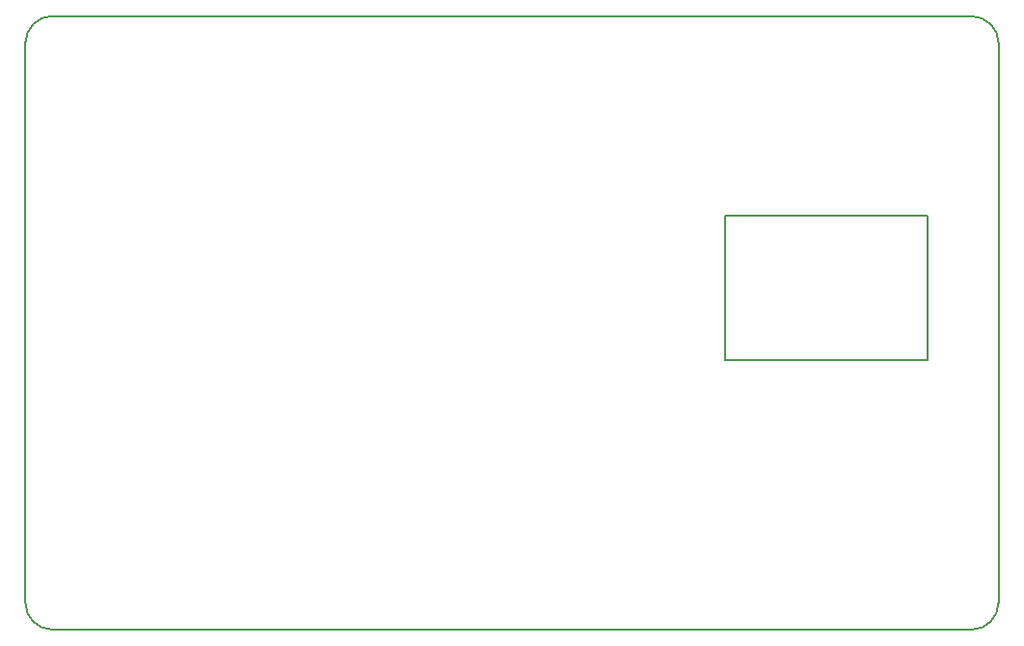
<source format=gbr>
%TF.GenerationSoftware,KiCad,Pcbnew,4.0.2+dfsg1-stable*%
%TF.CreationDate,2018-07-13T19:48:40+02:00*%
%TF.ProjectId,carte_7816,63617274655F373831362E6B69636164,rev?*%
%TF.FileFunction,Legend,Top*%
%FSLAX46Y46*%
G04 Gerber Fmt 4.6, Leading zero omitted, Abs format (unit mm)*
G04 Created by KiCad (PCBNEW 4.0.2+dfsg1-stable) date ven. 13 juil. 2018 19:48:40 CEST*
%MOMM*%
G01*
G04 APERTURE LIST*
%ADD10C,0.100000*%
%ADD11C,0.150000*%
G04 APERTURE END LIST*
D10*
D11*
X85471000Y51562000D02*
X85471000Y2413000D01*
X2413000Y0D02*
X83058000Y0D01*
X0Y51562000D02*
X0Y2413000D01*
X83058000Y53975000D02*
X2413000Y53975000D01*
X83058000Y0D02*
G75*
G03X85471000Y2413000I0J2413000D01*
G01*
X0Y2413000D02*
G75*
G03X2413000Y0I2413000J0D01*
G01*
X2413000Y53975000D02*
G75*
G03X0Y51562000I0J-2413000D01*
G01*
X85471000Y51562000D02*
G75*
G03X83058000Y53975000I-2413000J0D01*
G01*
X79248000Y36449000D02*
X76708000Y36449000D01*
X79248000Y23749000D02*
X79248000Y36449000D01*
X61468000Y23749000D02*
X79248000Y23749000D01*
X61468000Y36449000D02*
X61468000Y23749000D01*
X76708000Y36449000D02*
X61468000Y36449000D01*
X76708000Y36449000D02*
X61468000Y36449000D01*
X61468000Y36449000D02*
X61468000Y23749000D01*
X61468000Y23749000D02*
X79248000Y23749000D01*
X79248000Y23749000D02*
X79248000Y36449000D01*
X79248000Y36449000D02*
X76708000Y36449000D01*
M02*

</source>
